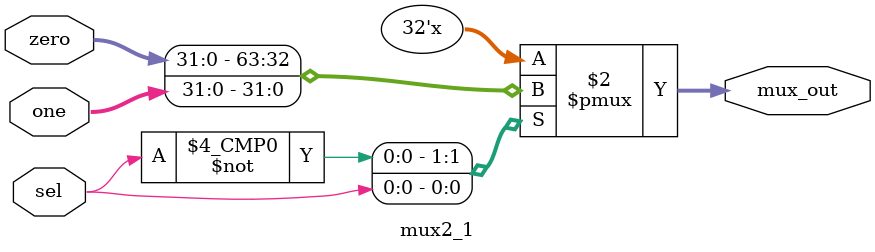
<source format=sv>
`timescale 1ns / 1ps


module mux2_1# (parameter WIDTH = 32)(
    input [WIDTH - 1 : 0] zero, one,
    input sel,
    output logic [WIDTH - 1: 0] mux_out
    );
    
    always_comb
    begin
        case(sel)
            0: mux_out <= zero;
            1: mux_out <= one;
        endcase
    end
endmodule

</source>
